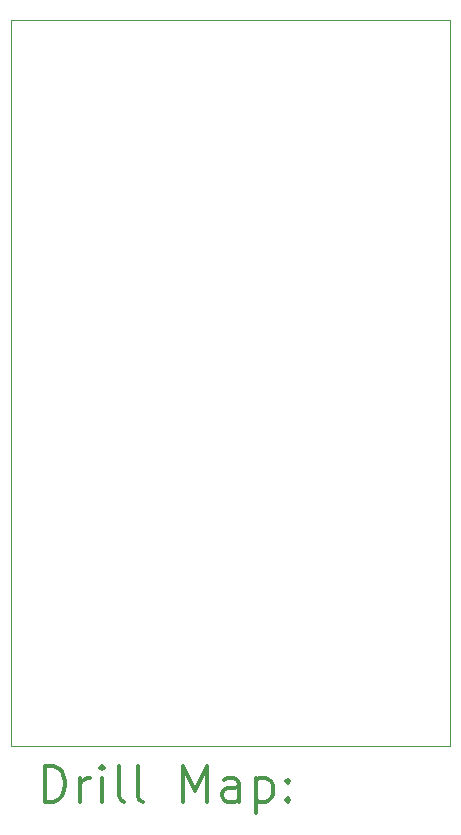
<source format=gbr>
%FSLAX45Y45*%
G04 Gerber Fmt 4.5, Leading zero omitted, Abs format (unit mm)*
G04 Created by KiCad (PCBNEW (5.1.8)-1) date 2022-03-12 16:38:44*
%MOMM*%
%LPD*%
G01*
G04 APERTURE LIST*
%TA.AperFunction,Profile*%
%ADD10C,0.050000*%
%TD*%
%ADD11C,0.200000*%
%ADD12C,0.300000*%
G04 APERTURE END LIST*
D10*
X15780512Y-11482832D02*
X15780512Y-5337302D01*
X19492976Y-11482832D02*
X15780512Y-11482832D01*
X19492976Y-5337302D02*
X19492976Y-11482832D01*
X15780512Y-5337302D02*
X19492976Y-5337302D01*
D11*
D12*
X16064440Y-11951046D02*
X16064440Y-11651046D01*
X16135869Y-11651046D01*
X16178726Y-11665332D01*
X16207298Y-11693903D01*
X16221583Y-11722475D01*
X16235869Y-11779618D01*
X16235869Y-11822475D01*
X16221583Y-11879618D01*
X16207298Y-11908189D01*
X16178726Y-11936761D01*
X16135869Y-11951046D01*
X16064440Y-11951046D01*
X16364440Y-11951046D02*
X16364440Y-11751046D01*
X16364440Y-11808189D02*
X16378726Y-11779618D01*
X16393012Y-11765332D01*
X16421583Y-11751046D01*
X16450155Y-11751046D01*
X16550155Y-11951046D02*
X16550155Y-11751046D01*
X16550155Y-11651046D02*
X16535869Y-11665332D01*
X16550155Y-11679618D01*
X16564440Y-11665332D01*
X16550155Y-11651046D01*
X16550155Y-11679618D01*
X16735869Y-11951046D02*
X16707298Y-11936761D01*
X16693012Y-11908189D01*
X16693012Y-11651046D01*
X16893012Y-11951046D02*
X16864440Y-11936761D01*
X16850155Y-11908189D01*
X16850155Y-11651046D01*
X17235869Y-11951046D02*
X17235869Y-11651046D01*
X17335869Y-11865332D01*
X17435869Y-11651046D01*
X17435869Y-11951046D01*
X17707298Y-11951046D02*
X17707298Y-11793903D01*
X17693012Y-11765332D01*
X17664440Y-11751046D01*
X17607298Y-11751046D01*
X17578726Y-11765332D01*
X17707298Y-11936761D02*
X17678726Y-11951046D01*
X17607298Y-11951046D01*
X17578726Y-11936761D01*
X17564440Y-11908189D01*
X17564440Y-11879618D01*
X17578726Y-11851046D01*
X17607298Y-11836761D01*
X17678726Y-11836761D01*
X17707298Y-11822475D01*
X17850155Y-11751046D02*
X17850155Y-12051046D01*
X17850155Y-11765332D02*
X17878726Y-11751046D01*
X17935869Y-11751046D01*
X17964440Y-11765332D01*
X17978726Y-11779618D01*
X17993012Y-11808189D01*
X17993012Y-11893903D01*
X17978726Y-11922475D01*
X17964440Y-11936761D01*
X17935869Y-11951046D01*
X17878726Y-11951046D01*
X17850155Y-11936761D01*
X18121583Y-11922475D02*
X18135869Y-11936761D01*
X18121583Y-11951046D01*
X18107298Y-11936761D01*
X18121583Y-11922475D01*
X18121583Y-11951046D01*
X18121583Y-11765332D02*
X18135869Y-11779618D01*
X18121583Y-11793903D01*
X18107298Y-11779618D01*
X18121583Y-11765332D01*
X18121583Y-11793903D01*
M02*

</source>
